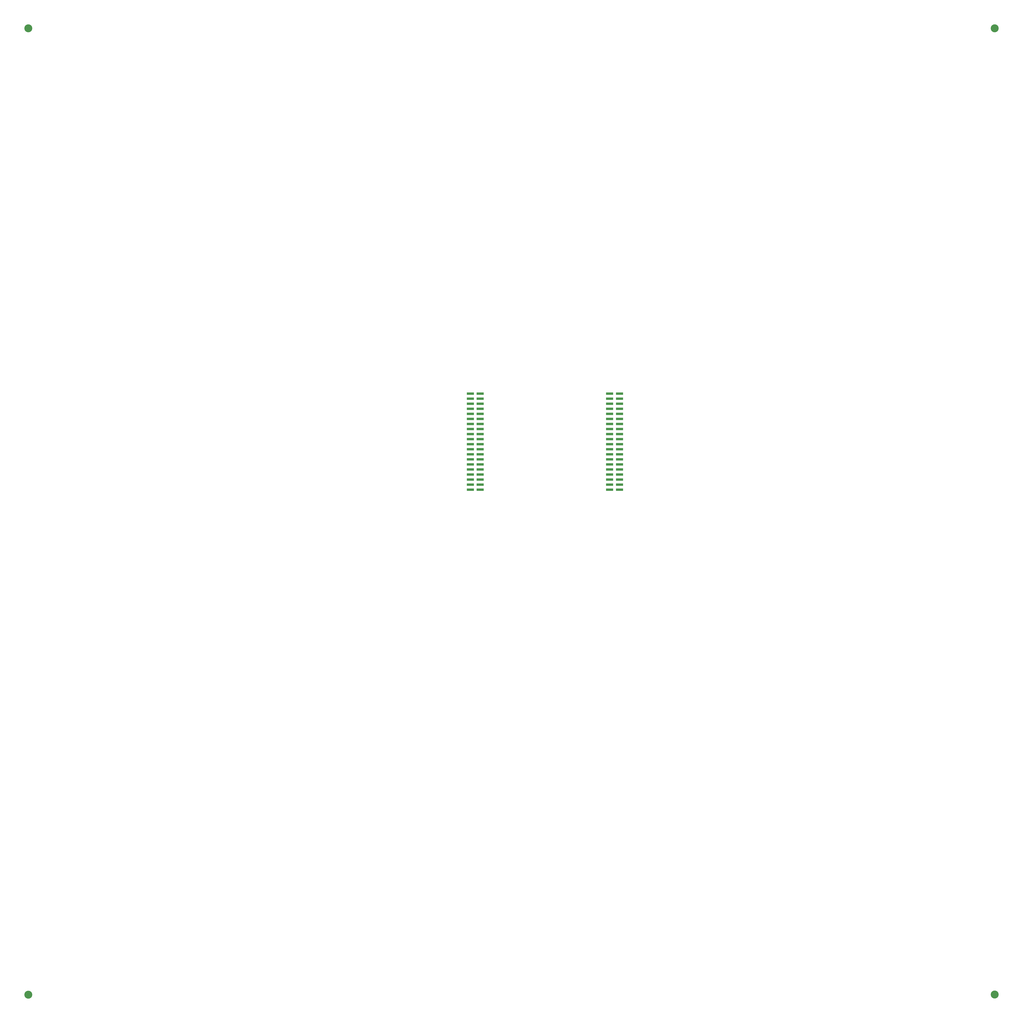
<source format=gbr>
%TF.GenerationSoftware,KiCad,Pcbnew,(5.1.9)-1*%
%TF.CreationDate,2021-12-03T12:33:04-05:00*%
%TF.ProjectId,500x500-dc-metro-map-dev,35303078-3530-4302-9d64-632d6d657472,rev?*%
%TF.SameCoordinates,Original*%
%TF.FileFunction,Soldermask,Bot*%
%TF.FilePolarity,Negative*%
%FSLAX46Y46*%
G04 Gerber Fmt 4.6, Leading zero omitted, Abs format (unit mm)*
G04 Created by KiCad (PCBNEW (5.1.9)-1) date 2021-12-03 12:33:04*
%MOMM*%
%LPD*%
G01*
G04 APERTURE LIST*
%ADD10C,4.000000*%
%ADD11R,3.680000X1.270000*%
G04 APERTURE END LIST*
D10*
%TO.C,REF\u002A\u002A*%
X84759800Y-34747200D03*
%TD*%
D11*
%TO.C,J1*%
X376797800Y-266547600D03*
X381747800Y-266547600D03*
X376797800Y-264007600D03*
X381747800Y-264007600D03*
X376797800Y-261467600D03*
X381747800Y-261467600D03*
X376797800Y-258927600D03*
X381747800Y-258927600D03*
X376797800Y-256387600D03*
X381747800Y-256387600D03*
X376797800Y-253847600D03*
X381747800Y-253847600D03*
X376797800Y-251307600D03*
X381747800Y-251307600D03*
X376797800Y-248767600D03*
X381747800Y-248767600D03*
X376797800Y-246227600D03*
X381747800Y-246227600D03*
X376797800Y-243687600D03*
X381747800Y-243687600D03*
X376797800Y-241147600D03*
X381747800Y-241147600D03*
X376797800Y-238607600D03*
X381747800Y-238607600D03*
X376797800Y-236067600D03*
X381747800Y-236067600D03*
X376797800Y-233527600D03*
X381747800Y-233527600D03*
X376797800Y-230987600D03*
X381747800Y-230987600D03*
X376797800Y-228447600D03*
X381747800Y-228447600D03*
X376797800Y-225907600D03*
X381747800Y-225907600D03*
X376797800Y-223367600D03*
X381747800Y-223367600D03*
X376797800Y-220827600D03*
X381747800Y-220827600D03*
X376797800Y-218287600D03*
X381747800Y-218287600D03*
X311747800Y-218287600D03*
X306797800Y-261467600D03*
X306797800Y-218287600D03*
X311747800Y-225907600D03*
X311747800Y-238607600D03*
X306797800Y-238607600D03*
X311747800Y-246227600D03*
X306797800Y-251307600D03*
X306797800Y-220827600D03*
X306797800Y-223367600D03*
X311747800Y-223367600D03*
X311747800Y-230987600D03*
X311747800Y-248767600D03*
X311747800Y-233527600D03*
X306797800Y-248767600D03*
X311747800Y-253847600D03*
X311747800Y-256387600D03*
X306797800Y-230987600D03*
X311747800Y-261467600D03*
X306797800Y-266547600D03*
X311747800Y-243687600D03*
X306797800Y-228447600D03*
X311747800Y-258927600D03*
X311747800Y-220827600D03*
X306797800Y-246227600D03*
X306797800Y-236067600D03*
X306797800Y-253847600D03*
X311747800Y-266547600D03*
X306797800Y-258927600D03*
X311747800Y-264007600D03*
X306797800Y-243687600D03*
X311747800Y-228447600D03*
X306797800Y-256387600D03*
X306797800Y-225907600D03*
X311747800Y-236067600D03*
X311747800Y-241147600D03*
X306797800Y-241147600D03*
X306797800Y-233527600D03*
X311747800Y-251307600D03*
X306797800Y-264007600D03*
%TD*%
D10*
%TO.C,REF\u002A\u002A*%
X570230000Y-34734500D03*
%TD*%
%TO.C,REF\u002A\u002A*%
X570230000Y-520192000D03*
%TD*%
%TO.C,REF\u002A\u002A*%
X84772500Y-520255500D03*
%TD*%
M02*

</source>
